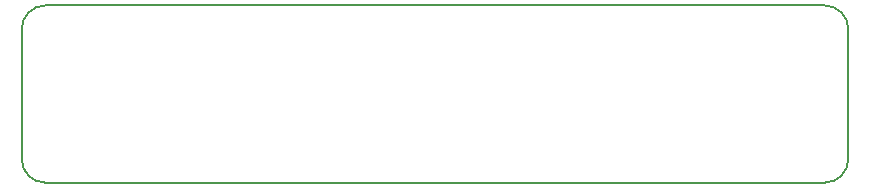
<source format=gbr>
%TF.GenerationSoftware,KiCad,Pcbnew,8.0.5*%
%TF.CreationDate,2024-10-25T13:02:38+02:00*%
%TF.ProjectId,ALIKEY03a,414c494b-4559-4303-9361-2e6b69636164,00*%
%TF.SameCoordinates,Original*%
%TF.FileFunction,Profile,NP*%
%FSLAX46Y46*%
G04 Gerber Fmt 4.6, Leading zero omitted, Abs format (unit mm)*
G04 Created by KiCad (PCBNEW 8.0.5) date 2024-10-25 13:02:38*
%MOMM*%
%LPD*%
G01*
G04 APERTURE LIST*
%TA.AperFunction,Profile*%
%ADD10C,0.150000*%
%TD*%
G04 APERTURE END LIST*
D10*
X139489800Y-73766800D02*
X139489800Y-62766800D01*
X139489800Y-73766800D02*
G75*
G02*
X137489800Y-75766800I-2000000J0D01*
G01*
X71489799Y-75766800D02*
G75*
G02*
X69489800Y-73766800I1J2000000D01*
G01*
X137489800Y-60766800D02*
G75*
G02*
X139489800Y-62766799I0J-2000000D01*
G01*
X137489800Y-60766800D02*
X71489800Y-60766800D01*
X71489800Y-75766800D02*
X137489800Y-75766800D01*
X69489800Y-62766800D02*
G75*
G02*
X71489800Y-60766800I2000000J0D01*
G01*
X69489800Y-62766800D02*
X69489800Y-73766800D01*
M02*

</source>
